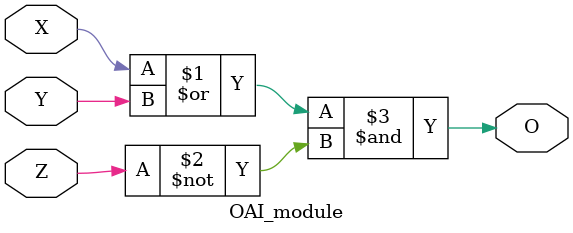
<source format=v>
`timescale 1ns / 1ps
module OAI_module(O,X,Y,Z);
input X,Y,Z;
output O;
assign O = (X|Y)&~Z;
endmodule

</source>
